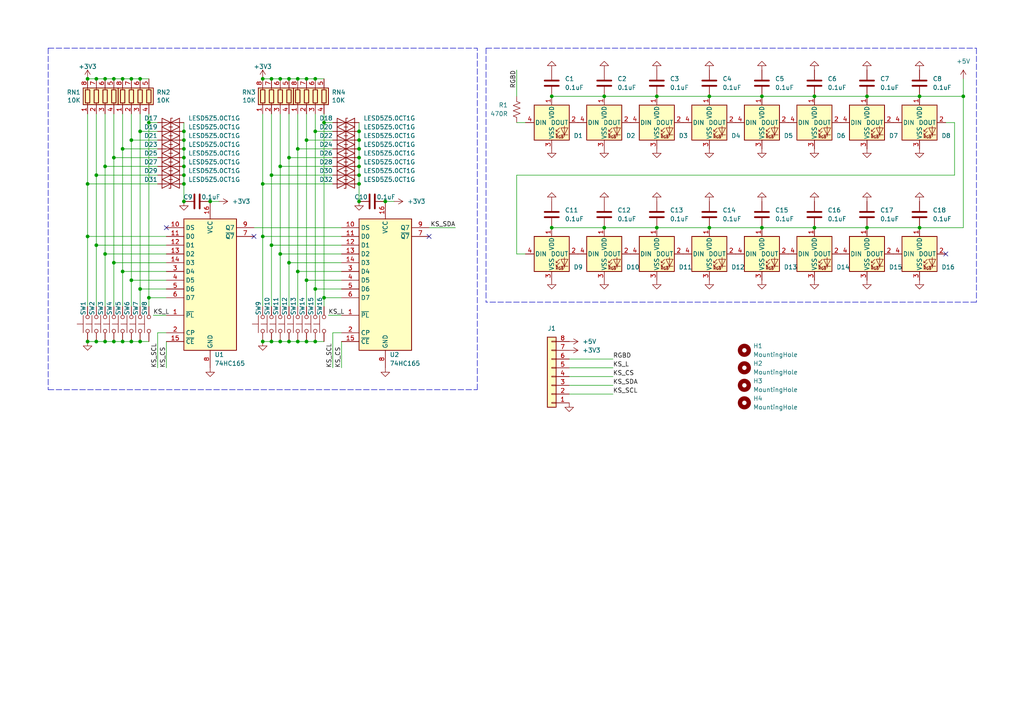
<source format=kicad_sch>
(kicad_sch (version 20211123) (generator eeschema)
  (paper "A4")
  (junction (at 81.28 99.06))
  (junction (at 27.94 22.86))
  (junction (at 35.56 99.06))
  (junction (at 91.44 83.82))
  (junction (at 86.36 22.86))
  (junction (at 279.4 27.94))
  (junction (at 205.74 27.94))
  (junction (at 236.22 66.04))
  (junction (at 88.9 81.28))
  (junction (at 86.36 78.74))
  (junction (at 104.14 58.42))
  (junction (at 53.34 43.18))
  (junction (at 220.98 27.94))
  (junction (at 175.26 66.04))
  (junction (at 35.56 78.74))
  (junction (at 104.14 45.72))
  (junction (at 93.98 35.56))
  (junction (at 33.02 99.06))
  (junction (at 30.48 73.66))
  (junction (at 251.46 66.04))
  (junction (at 33.02 45.72))
  (junction (at 81.28 22.86))
  (junction (at 43.18 86.36))
  (junction (at 25.4 53.34))
  (junction (at 160.02 27.94))
  (junction (at 236.22 27.94))
  (junction (at 30.48 99.06))
  (junction (at 83.82 76.2))
  (junction (at 27.94 99.06))
  (junction (at 40.64 22.86))
  (junction (at 35.56 22.86))
  (junction (at 104.14 40.64))
  (junction (at 76.2 53.34))
  (junction (at 25.4 99.06))
  (junction (at 40.64 38.1))
  (junction (at 266.7 27.94))
  (junction (at 76.2 22.86))
  (junction (at 60.96 58.42))
  (junction (at 38.1 40.64))
  (junction (at 33.02 22.86))
  (junction (at 25.4 22.86))
  (junction (at 93.98 86.36))
  (junction (at 38.1 22.86))
  (junction (at 220.98 66.04))
  (junction (at 111.76 58.42))
  (junction (at 35.56 43.18))
  (junction (at 30.48 22.86))
  (junction (at 160.02 66.04))
  (junction (at 91.44 99.06))
  (junction (at 40.64 83.82))
  (junction (at 53.34 40.64))
  (junction (at 33.02 76.2))
  (junction (at 251.46 27.94))
  (junction (at 266.7 66.04))
  (junction (at 53.34 53.34))
  (junction (at 78.74 71.12))
  (junction (at 27.94 50.8))
  (junction (at 104.14 50.8))
  (junction (at 53.34 58.42))
  (junction (at 88.9 22.86))
  (junction (at 53.34 45.72))
  (junction (at 104.14 38.1))
  (junction (at 76.2 68.58))
  (junction (at 190.5 66.04))
  (junction (at 53.34 50.8))
  (junction (at 76.2 99.06))
  (junction (at 83.82 99.06))
  (junction (at 91.44 22.86))
  (junction (at 104.14 53.34))
  (junction (at 190.5 27.94))
  (junction (at 78.74 22.86))
  (junction (at 88.9 40.64))
  (junction (at 43.18 35.56))
  (junction (at 104.14 43.18))
  (junction (at 78.74 99.06))
  (junction (at 53.34 48.26))
  (junction (at 86.36 43.18))
  (junction (at 40.64 99.06))
  (junction (at 78.74 50.8))
  (junction (at 81.28 73.66))
  (junction (at 27.94 71.12))
  (junction (at 91.44 38.1))
  (junction (at 86.36 99.06))
  (junction (at 81.28 48.26))
  (junction (at 25.4 68.58))
  (junction (at 88.9 99.06))
  (junction (at 38.1 99.06))
  (junction (at 83.82 45.72))
  (junction (at 30.48 48.26))
  (junction (at 175.26 27.94))
  (junction (at 83.82 22.86))
  (junction (at 104.14 48.26))
  (junction (at 38.1 81.28))
  (junction (at 53.34 38.1))
  (junction (at 205.74 66.04))
  (no_connect (at 124.46 68.58))
  (no_connect (at 73.66 68.58))
  (no_connect (at 274.32 73.66))
  (no_connect (at 48.26 66.04))
  (wire (pts (xy 33.02 99.06) (xy 35.56 99.06)))
  (wire (pts (xy 53.34 48.26) (xy 53.34 50.8)))
  (wire (pts (xy 99.06 68.58) (xy 76.2 68.58)))
  (wire (pts (xy 88.9 81.28) (xy 99.06 81.28)))
  (wire (pts (xy 104.14 38.1) (xy 104.14 40.64)))
  (wire (pts (xy 78.74 50.8) (xy 78.74 71.12)))
  (wire (pts (xy 279.4 27.94) (xy 279.4 66.04)))
  (wire (pts (xy 33.02 45.72) (xy 33.02 76.2)))
  (wire (pts (xy 45.72 40.64) (xy 38.1 40.64)))
  (wire (pts (xy 111.76 58.42) (xy 114.3 58.42)))
  (polyline (pts (xy 138.43 113.03) (xy 138.43 13.97)))
  (wire (pts (xy 86.36 43.18) (xy 86.36 78.74)))
  (wire (pts (xy 81.28 22.86) (xy 83.82 22.86)))
  (wire (pts (xy 86.36 99.06) (xy 88.9 99.06)))
  (wire (pts (xy 25.4 99.06) (xy 27.94 99.06)))
  (wire (pts (xy 175.26 27.94) (xy 190.5 27.94)))
  (wire (pts (xy 27.94 71.12) (xy 48.26 71.12)))
  (wire (pts (xy 53.34 43.18) (xy 53.34 45.72)))
  (wire (pts (xy 33.02 76.2) (xy 48.26 76.2)))
  (wire (pts (xy 88.9 81.28) (xy 88.9 88.9)))
  (wire (pts (xy 78.74 22.86) (xy 81.28 22.86)))
  (wire (pts (xy 40.64 38.1) (xy 45.72 38.1)))
  (wire (pts (xy 78.74 99.06) (xy 81.28 99.06)))
  (wire (pts (xy 88.9 40.64) (xy 88.9 33.02)))
  (wire (pts (xy 91.44 99.06) (xy 93.98 99.06)))
  (wire (pts (xy 40.64 99.06) (xy 43.18 99.06)))
  (wire (pts (xy 86.36 22.86) (xy 88.9 22.86)))
  (wire (pts (xy 276.86 35.56) (xy 276.86 50.8)))
  (wire (pts (xy 43.18 86.36) (xy 48.26 86.36)))
  (wire (pts (xy 53.34 35.56) (xy 53.34 38.1)))
  (wire (pts (xy 78.74 50.8) (xy 96.52 50.8)))
  (wire (pts (xy 43.18 35.56) (xy 43.18 33.02)))
  (polyline (pts (xy 13.97 113.03) (xy 138.43 113.03)))
  (wire (pts (xy 44.45 91.44) (xy 48.26 91.44)))
  (wire (pts (xy 83.82 76.2) (xy 99.06 76.2)))
  (wire (pts (xy 104.14 53.34) (xy 104.14 58.42)))
  (wire (pts (xy 30.48 33.02) (xy 30.48 48.26)))
  (wire (pts (xy 91.44 38.1) (xy 91.44 83.82)))
  (wire (pts (xy 165.1 109.22) (xy 177.8 109.22)))
  (wire (pts (xy 86.36 33.02) (xy 86.36 43.18)))
  (wire (pts (xy 76.2 22.86) (xy 78.74 22.86)))
  (wire (pts (xy 53.34 50.8) (xy 53.34 53.34)))
  (wire (pts (xy 149.86 73.66) (xy 152.4 73.66)))
  (wire (pts (xy 76.2 33.02) (xy 76.2 53.34)))
  (wire (pts (xy 35.56 33.02) (xy 35.56 43.18)))
  (wire (pts (xy 38.1 40.64) (xy 38.1 33.02)))
  (wire (pts (xy 53.34 53.34) (xy 53.34 58.42)))
  (wire (pts (xy 40.64 83.82) (xy 40.64 88.9)))
  (wire (pts (xy 45.72 96.52) (xy 48.26 96.52)))
  (wire (pts (xy 35.56 43.18) (xy 45.72 43.18)))
  (wire (pts (xy 91.44 22.86) (xy 93.98 22.86)))
  (wire (pts (xy 160.02 66.04) (xy 175.26 66.04)))
  (wire (pts (xy 33.02 76.2) (xy 33.02 88.9)))
  (wire (pts (xy 274.32 35.56) (xy 276.86 35.56)))
  (wire (pts (xy 60.96 58.42) (xy 63.5 58.42)))
  (polyline (pts (xy 13.97 13.97) (xy 13.97 113.03)))
  (wire (pts (xy 30.48 48.26) (xy 45.72 48.26)))
  (wire (pts (xy 91.44 33.02) (xy 91.44 38.1)))
  (wire (pts (xy 104.14 35.56) (xy 104.14 38.1)))
  (wire (pts (xy 99.06 66.04) (xy 73.66 66.04)))
  (wire (pts (xy 83.82 76.2) (xy 83.82 88.9)))
  (wire (pts (xy 40.64 33.02) (xy 40.64 38.1)))
  (wire (pts (xy 93.98 35.56) (xy 93.98 86.36)))
  (wire (pts (xy 25.4 88.9) (xy 25.4 68.58)))
  (wire (pts (xy 40.64 83.82) (xy 48.26 83.82)))
  (wire (pts (xy 83.82 45.72) (xy 96.52 45.72)))
  (wire (pts (xy 91.44 83.82) (xy 91.44 88.9)))
  (wire (pts (xy 78.74 33.02) (xy 78.74 50.8)))
  (wire (pts (xy 104.14 43.18) (xy 104.14 45.72)))
  (wire (pts (xy 38.1 81.28) (xy 48.26 81.28)))
  (wire (pts (xy 86.36 78.74) (xy 99.06 78.74)))
  (wire (pts (xy 33.02 22.86) (xy 35.56 22.86)))
  (wire (pts (xy 38.1 40.64) (xy 38.1 81.28)))
  (wire (pts (xy 236.22 66.04) (xy 251.46 66.04)))
  (wire (pts (xy 27.94 50.8) (xy 45.72 50.8)))
  (wire (pts (xy 96.52 96.52) (xy 99.06 96.52)))
  (polyline (pts (xy 13.97 13.97) (xy 138.43 13.97)))
  (wire (pts (xy 53.34 38.1) (xy 53.34 40.64)))
  (wire (pts (xy 48.26 106.68) (xy 48.26 99.06)))
  (wire (pts (xy 30.48 73.66) (xy 48.26 73.66)))
  (wire (pts (xy 190.5 66.04) (xy 205.74 66.04)))
  (polyline (pts (xy 140.97 13.97) (xy 140.97 87.63)))
  (wire (pts (xy 81.28 48.26) (xy 81.28 73.66)))
  (wire (pts (xy 25.4 53.34) (xy 45.72 53.34)))
  (wire (pts (xy 27.94 71.12) (xy 27.94 88.9)))
  (wire (pts (xy 149.86 50.8) (xy 149.86 73.66)))
  (wire (pts (xy 30.48 73.66) (xy 30.48 88.9)))
  (wire (pts (xy 35.56 43.18) (xy 35.56 78.74)))
  (wire (pts (xy 175.26 66.04) (xy 190.5 66.04)))
  (wire (pts (xy 236.22 27.94) (xy 251.46 27.94)))
  (wire (pts (xy 27.94 22.86) (xy 30.48 22.86)))
  (wire (pts (xy 76.2 53.34) (xy 96.52 53.34)))
  (wire (pts (xy 81.28 73.66) (xy 99.06 73.66)))
  (wire (pts (xy 25.4 53.34) (xy 25.4 68.58)))
  (wire (pts (xy 30.48 99.06) (xy 33.02 99.06)))
  (wire (pts (xy 104.14 48.26) (xy 104.14 50.8)))
  (wire (pts (xy 27.94 33.02) (xy 27.94 50.8)))
  (wire (pts (xy 165.1 114.3) (xy 177.8 114.3)))
  (wire (pts (xy 43.18 86.36) (xy 43.18 88.9)))
  (wire (pts (xy 38.1 99.06) (xy 40.64 99.06)))
  (wire (pts (xy 251.46 27.94) (xy 266.7 27.94)))
  (wire (pts (xy 35.56 78.74) (xy 48.26 78.74)))
  (wire (pts (xy 53.34 45.72) (xy 53.34 48.26)))
  (wire (pts (xy 104.14 45.72) (xy 104.14 48.26)))
  (wire (pts (xy 43.18 35.56) (xy 45.72 35.56)))
  (wire (pts (xy 88.9 99.06) (xy 91.44 99.06)))
  (wire (pts (xy 104.14 50.8) (xy 104.14 53.34)))
  (wire (pts (xy 93.98 35.56) (xy 93.98 33.02)))
  (wire (pts (xy 99.06 106.68) (xy 99.06 99.06)))
  (wire (pts (xy 33.02 45.72) (xy 45.72 45.72)))
  (wire (pts (xy 220.98 66.04) (xy 236.22 66.04)))
  (wire (pts (xy 251.46 66.04) (xy 266.7 66.04)))
  (polyline (pts (xy 283.21 87.63) (xy 140.97 87.63)))
  (wire (pts (xy 27.94 50.8) (xy 27.94 71.12)))
  (wire (pts (xy 205.74 66.04) (xy 220.98 66.04)))
  (wire (pts (xy 35.56 88.9) (xy 35.56 78.74)))
  (wire (pts (xy 96.52 106.68) (xy 96.52 96.52)))
  (wire (pts (xy 96.52 40.64) (xy 88.9 40.64)))
  (wire (pts (xy 33.02 33.02) (xy 33.02 45.72)))
  (wire (pts (xy 88.9 40.64) (xy 88.9 81.28)))
  (wire (pts (xy 81.28 48.26) (xy 96.52 48.26)))
  (wire (pts (xy 78.74 71.12) (xy 78.74 88.9)))
  (wire (pts (xy 86.36 43.18) (xy 96.52 43.18)))
  (wire (pts (xy 45.72 106.68) (xy 45.72 96.52)))
  (wire (pts (xy 104.14 40.64) (xy 104.14 43.18)))
  (wire (pts (xy 83.82 22.86) (xy 86.36 22.86)))
  (wire (pts (xy 38.1 81.28) (xy 38.1 88.9)))
  (wire (pts (xy 279.4 27.94) (xy 266.7 27.94)))
  (wire (pts (xy 205.74 27.94) (xy 220.98 27.94)))
  (wire (pts (xy 149.86 50.8) (xy 276.86 50.8)))
  (wire (pts (xy 38.1 22.86) (xy 40.64 22.86)))
  (wire (pts (xy 165.1 106.68) (xy 177.8 106.68)))
  (wire (pts (xy 149.86 35.56) (xy 152.4 35.56)))
  (wire (pts (xy 83.82 99.06) (xy 86.36 99.06)))
  (wire (pts (xy 91.44 38.1) (xy 96.52 38.1)))
  (wire (pts (xy 266.7 66.04) (xy 279.4 66.04)))
  (wire (pts (xy 35.56 99.06) (xy 38.1 99.06)))
  (wire (pts (xy 165.1 104.14) (xy 177.8 104.14)))
  (wire (pts (xy 279.4 22.86) (xy 279.4 27.94)))
  (wire (pts (xy 93.98 35.56) (xy 96.52 35.56)))
  (wire (pts (xy 81.28 33.02) (xy 81.28 48.26)))
  (wire (pts (xy 25.4 33.02) (xy 25.4 53.34)))
  (wire (pts (xy 78.74 71.12) (xy 99.06 71.12)))
  (wire (pts (xy 93.98 86.36) (xy 99.06 86.36)))
  (wire (pts (xy 27.94 99.06) (xy 30.48 99.06)))
  (wire (pts (xy 132.08 66.04) (xy 124.46 66.04)))
  (wire (pts (xy 88.9 22.86) (xy 91.44 22.86)))
  (wire (pts (xy 48.26 68.58) (xy 25.4 68.58)))
  (wire (pts (xy 190.5 27.94) (xy 205.74 27.94)))
  (polyline (pts (xy 283.21 13.97) (xy 283.21 87.63)))
  (wire (pts (xy 40.64 38.1) (xy 40.64 83.82)))
  (wire (pts (xy 81.28 99.06) (xy 83.82 99.06)))
  (wire (pts (xy 165.1 111.76) (xy 177.8 111.76)))
  (wire (pts (xy 30.48 48.26) (xy 30.48 73.66)))
  (wire (pts (xy 83.82 33.02) (xy 83.82 45.72)))
  (wire (pts (xy 160.02 27.94) (xy 175.26 27.94)))
  (wire (pts (xy 76.2 88.9) (xy 76.2 68.58)))
  (wire (pts (xy 35.56 22.86) (xy 38.1 22.86)))
  (wire (pts (xy 81.28 73.66) (xy 81.28 88.9)))
  (wire (pts (xy 83.82 45.72) (xy 83.82 76.2)))
  (wire (pts (xy 86.36 88.9) (xy 86.36 78.74)))
  (wire (pts (xy 76.2 53.34) (xy 76.2 68.58)))
  (polyline (pts (xy 140.97 13.97) (xy 283.21 13.97)))
  (wire (pts (xy 220.98 27.94) (xy 236.22 27.94)))
  (wire (pts (xy 91.44 83.82) (xy 99.06 83.82)))
  (wire (pts (xy 30.48 22.86) (xy 33.02 22.86)))
  (wire (pts (xy 40.64 22.86) (xy 43.18 22.86)))
  (wire (pts (xy 93.98 86.36) (xy 93.98 88.9)))
  (wire (pts (xy 25.4 22.86) (xy 27.94 22.86)))
  (wire (pts (xy 95.25 91.44) (xy 99.06 91.44)))
  (wire (pts (xy 53.34 40.64) (xy 53.34 43.18)))
  (wire (pts (xy 76.2 99.06) (xy 78.74 99.06)))
  (wire (pts (xy 149.86 20.32) (xy 149.86 27.94)))
  (wire (pts (xy 43.18 35.56) (xy 43.18 86.36)))
  (label "KS_SDA" (at 177.8 111.76 0))
  (label "KS_SDA" (at 132.08 66.04 180))
  (label "KS_CS" (at 177.8 109.22 0))
  (label "RGBD" (at 177.8 104.14 0))
  (label "RGBD" (at 149.86 20.32 270))
  (label "KS_L" (at 177.8 106.68 0))
  (label "KS_SCL" (at 177.8 114.3 0))
  (label "KS_SCL" (at 45.72 106.68 90))
  (label "KS_CS" (at 99.06 106.68 90))
  (label "KS_L" (at 95.25 91.44 0))
  (label "KS_SCL" (at 96.52 106.68 90))
  (label "KS_L" (at 44.45 91.44 0))
  (label "KS_CS" (at 48.26 106.68 90))
  (symbol (lib_id "power:GND") (at 220.98 20.32 180) (unit 1)
    (property "Reference" "#PWR05" (effects hide))
    (property "Value" "GND" (effects hide))
  )
  (symbol (lib_id "Device:C") (at 236.22 24.13 180) (unit 1)
    (property "Reference" "C6" (at 240.03 22.8599 0) (effects (justify right)))
    (property "Value" "0.1uF" (at 240.03 25.3999 0) (effects (justify right)))
    (property "Footprint" "Capacitor_SMD:C_0402_1005Metric" (effects hide))
    (property "Manufacturer" "SAMSUNG" (effects hide))
    (property "PartNumber" "C1525" (effects hide))
    (property "Supplier" "JLC" (effects hide))
  )
  (symbol (lib_id "Switch:SW_Push") (at 78.74 93.98 90) (unit 1)
    (property "Reference" "SW10" (at 77.47 91.44 0) (effects (justify left)))
    (property "Value" "CPG151101S11" (effects hide))
    (property "Footprint" "Switch_Keyboard_Hotswap_Kailh:SW_Hotswap_Kailh_MX_1.00u" (effects hide))
    (property "Manufacturer" "Kailh" (effects hide))
    (property "PartNumber" "C2803348" (effects hide))
    (property "Supplier" "JLC-EXT" (effects hide))
  )
  (symbol (lib_id "power:GND") (at 160.02 81.28 0) (unit 1)
    (property "Reference" "#PWR037" (effects hide))
    (property "Value" "GND" (effects hide))
  )
  (symbol (lib_id "LED:WS2812B") (at 175.26 73.66 0) (unit 1)
    (property "Reference" "D10" (at 181.61 77.47 0) (effects (justify left)))
    (property "Value" "WS2812B" (effects hide))
    (property "Footprint" "JLC-SMT:TONYU_DY-S352818" (effects hide))
    (property "Datasheet" "https://cdn-shop.adafruit.com/datasheets/WS2812B.pdf" (effects hide))
    (property "Manufacturer" "TONYU" (effects hide))
    (property "PartNumber" "C524051" (effects hide))
    (property "Supplier" "JLC-EXT" (effects hide))
  )
  (symbol (lib_id "power:GND") (at 53.34 58.42 0) (unit 1)
    (property "Reference" "#PWR013" (effects hide))
    (property "Value" "GND" (effects hide))
  )
  (symbol (lib_id "Diode:ESD9B5.0ST5G") (at 49.53 50.8 0) (unit 1)
    (property "Reference" "D29" (at 45.72 49.53 0) (effects (justify right)))
    (property "Value" "LESD5Z5.0CT1G" (at 54.61 49.53 0) (effects (justify left)))
    (property "Footprint" "Diode_SMD:D_SOD-523" (effects hide))
    (property "Datasheet" "https://www.onsemi.com/pub/Collateral/ESD9B-D.PDF" (effects hide))
    (property "Manufacturer" "LRC" (effects hide))
    (property "PartNumber" "C136167" (effects hide))
    (property "Supplier" "JLC-EXT" (effects hide))
  )
  (symbol (lib_id "Device:C") (at 107.95 58.42 270) (unit 1)
    (property "Reference" "C10" (at 106.68 57.15 90) (effects (justify right)))
    (property "Value" "0.1uF" (at 109.22 57.15 90) (effects (justify left)))
    (property "Footprint" "Capacitor_SMD:C_0402_1005Metric" (effects hide))
    (property "Manufacturer" "SAMSUNG" (effects hide))
    (property "PartNumber" "C1525" (effects hide))
    (property "Supplier" "JLC" (effects hide))
  )
  (symbol (lib_id "power:GND") (at 220.98 43.18 0) (unit 1)
    (property "Reference" "#PWR021" (effects hide))
    (property "Value" "GND" (effects hide))
  )
  (symbol (lib_id "power:GND") (at 251.46 43.18 0) (unit 1)
    (property "Reference" "#PWR023" (effects hide))
    (property "Value" "GND" (effects hide))
  )
  (symbol (lib_id "Device:C") (at 236.22 62.23 180) (unit 1)
    (property "Reference" "C16" (at 240.03 60.9599 0) (effects (justify right)))
    (property "Value" "0.1uF" (at 240.03 63.4999 0) (effects (justify right)))
    (property "Footprint" "Capacitor_SMD:C_0402_1005Metric" (effects hide))
    (property "Manufacturer" "SAMSUNG" (effects hide))
    (property "PartNumber" "C1525" (effects hide))
    (property "Supplier" "JLC" (effects hide))
  )
  (symbol (lib_id "power:+3V3") (at 63.5 58.42 270) (unit 1)
    (property "Reference" "#PWR011" (effects hide))
    (property "Value" "+3V3" (at 67.31 58.4199 90) (effects (justify left)))
  )
  (symbol (lib_id "power:+3V3") (at 76.2 22.86 0) (unit 1)
    (property "Reference" "#PWR012" (effects hide))
    (property "Value" "+3V3" (at 76.2 19.304 0))
  )
  (symbol (lib_id "LED:WS2812B") (at 175.26 35.56 0) (unit 1)
    (property "Reference" "D2" (at 181.61 39.37 0) (effects (justify left)))
    (property "Value" "WS2812B" (effects hide))
    (property "Footprint" "JLC-SMT:TONYU_DY-S352818" (effects hide))
    (property "Datasheet" "https://cdn-shop.adafruit.com/datasheets/WS2812B.pdf" (effects hide))
    (property "Manufacturer" "TONYU" (effects hide))
    (property "PartNumber" "C524051" (effects hide))
    (property "Supplier" "JLC-EXT" (effects hide))
  )
  (symbol (lib_id "Device:C") (at 266.7 62.23 180) (unit 1)
    (property "Reference" "C18" (at 270.51 60.9599 0) (effects (justify right)))
    (property "Value" "0.1uF" (at 270.51 63.4999 0) (effects (justify right)))
    (property "Footprint" "Capacitor_SMD:C_0402_1005Metric" (effects hide))
    (property "Manufacturer" "SAMSUNG" (effects hide))
    (property "PartNumber" "C1525" (effects hide))
    (property "Supplier" "JLC" (effects hide))
  )
  (symbol (lib_id "74xx:74HC165") (at 111.76 81.28 0) (unit 1)
    (property "Reference" "U2" (at 113.03 102.87 0) (effects (justify left)))
    (property "Value" "74HC165" (at 113.03 105.41 0) (effects (justify left)))
    (property "Footprint" "Package_SO:SOIC-16_3.9x9.9mm_P1.27mm" (effects hide))
    (property "Datasheet" "https://assets.nexperia.com/documents/data-sheet/74HC_HCT165.pdf" (effects hide))
    (property "Manufacturer" "Nexperia" (effects hide))
    (property "PartNumber" "C5613" (effects hide))
    (property "Supplier" "JLC" (effects hide))
  )
  (symbol (lib_id "Connector_Generic:Conn_01x08") (at 160.02 109.22 180) (unit 1)
    (property "Reference" "J1" (at 160.02 95.25 0))
    (property "Value" "Conn_01x08" (effects hide))
    (property "Footprint" "Connector_PinHeader_2.54mm:PinHeader_1x08_P2.54mm_Horizontal" (effects hide))
  )
  (symbol (lib_id "Device:C") (at 251.46 24.13 180) (unit 1)
    (property "Reference" "C7" (at 255.27 22.8599 0) (effects (justify right)))
    (property "Value" "0.1uF" (at 255.27 25.3999 0) (effects (justify right)))
    (property "Footprint" "Capacitor_SMD:C_0402_1005Metric" (effects hide))
    (property "Manufacturer" "SAMSUNG" (effects hide))
    (property "PartNumber" "C1525" (effects hide))
    (property "Supplier" "JLC" (effects hide))
  )
  (symbol (lib_id "Switch:SW_Push") (at 40.64 93.98 90) (unit 1)
    (property "Reference" "SW7" (at 39.37 91.44 0) (effects (justify left)))
    (property "Value" "CPG151101S11" (effects hide))
    (property "Footprint" "Switch_Keyboard_Hotswap_Kailh:SW_Hotswap_Kailh_MX_1.00u" (effects hide))
    (property "Manufacturer" "Kailh" (effects hide))
    (property "PartNumber" "C2803348" (effects hide))
    (property "Supplier" "JLC-EXT" (effects hide))
  )
  (symbol (lib_id "Switch:SW_Push") (at 35.56 93.98 90) (unit 1)
    (property "Reference" "SW5" (at 34.29 91.44 0) (effects (justify left)))
    (property "Value" "CPG151101S11" (effects hide))
    (property "Footprint" "Switch_Keyboard_Hotswap_Kailh:SW_Hotswap_Kailh_MX_1.00u" (effects hide))
    (property "Manufacturer" "Kailh" (effects hide))
    (property "PartNumber" "C2803348" (effects hide))
    (property "Supplier" "JLC-EXT" (effects hide))
  )
  (symbol (lib_id "power:GND") (at 175.26 20.32 180) (unit 1)
    (property "Reference" "#PWR02" (effects hide))
    (property "Value" "GND" (effects hide))
  )
  (symbol (lib_id "LED:WS2812B") (at 251.46 35.56 0) (unit 1)
    (property "Reference" "D7" (at 257.81 39.37 0) (effects (justify left)))
    (property "Value" "WS2812B" (effects hide))
    (property "Footprint" "JLC-SMT:TONYU_DY-S352818" (effects hide))
    (property "Datasheet" "https://cdn-shop.adafruit.com/datasheets/WS2812B.pdf" (effects hide))
    (property "Manufacturer" "TONYU" (effects hide))
    (property "PartNumber" "C524051" (effects hide))
    (property "Supplier" "JLC-EXT" (effects hide))
  )
  (symbol (lib_id "power:GND") (at 266.7 43.18 0) (unit 1)
    (property "Reference" "#PWR024" (effects hide))
    (property "Value" "GND" (effects hide))
  )
  (symbol (lib_id "Mechanical:MountingHole") (at 215.9 106.68 0) (unit 1)
    (property "Reference" "H2" (at 218.44 105.4099 0) (effects (justify left)))
    (property "Value" "MountingHole" (at 218.44 107.9499 0) (effects (justify left)))
    (property "Footprint" "MountingHole:MountingHole_2.2mm_M2" (effects hide))
  )
  (symbol (lib_id "Diode:ESD9B5.0ST5G") (at 49.53 48.26 0) (unit 1)
    (property "Reference" "D27" (at 45.72 46.99 0) (effects (justify right)))
    (property "Value" "LESD5Z5.0CT1G" (at 54.61 46.99 0) (effects (justify left)))
    (property "Footprint" "Diode_SMD:D_SOD-523" (effects hide))
    (property "Datasheet" "https://www.onsemi.com/pub/Collateral/ESD9B-D.PDF" (effects hide))
    (property "Manufacturer" "LRC" (effects hide))
    (property "PartNumber" "C136167" (effects hide))
    (property "Supplier" "JLC-EXT" (effects hide))
  )
  (symbol (lib_id "power:GND") (at 165.1 116.84 0) (unit 1)
    (property "Reference" "#PWR046" (effects hide))
    (property "Value" "GND" (effects hide))
  )
  (symbol (lib_id "Switch:SW_Push") (at 30.48 93.98 90) (unit 1)
    (property "Reference" "SW3" (at 29.21 91.44 0) (effects (justify left)))
    (property "Value" "CPG151101S11" (effects hide))
    (property "Footprint" "Switch_Keyboard_Hotswap_Kailh:SW_Hotswap_Kailh_MX_1.00u" (effects hide))
    (property "Manufacturer" "Kailh" (effects hide))
    (property "PartNumber" "C2803348" (effects hide))
    (property "Supplier" "JLC-EXT" (effects hide))
  )
  (symbol (lib_id "power:GND") (at 190.5 81.28 0) (unit 1)
    (property "Reference" "#PWR039" (effects hide))
    (property "Value" "GND" (effects hide))
  )
  (symbol (lib_id "Device:C") (at 190.5 62.23 180) (unit 1)
    (property "Reference" "C13" (at 194.31 60.9599 0) (effects (justify right)))
    (property "Value" "0.1uF" (at 194.31 63.4999 0) (effects (justify right)))
    (property "Footprint" "Capacitor_SMD:C_0402_1005Metric" (effects hide))
    (property "Manufacturer" "SAMSUNG" (effects hide))
    (property "PartNumber" "C1525" (effects hide))
    (property "Supplier" "JLC" (effects hide))
  )
  (symbol (lib_id "LED:WS2812B") (at 251.46 73.66 0) (unit 1)
    (property "Reference" "D15" (at 257.81 77.47 0) (effects (justify left)))
    (property "Value" "WS2812B" (effects hide))
    (property "Footprint" "JLC-SMT:TONYU_DY-S352818" (effects hide))
    (property "Datasheet" "https://cdn-shop.adafruit.com/datasheets/WS2812B.pdf" (effects hide))
    (property "Manufacturer" "TONYU" (effects hide))
    (property "PartNumber" "C524051" (effects hide))
    (property "Supplier" "JLC-EXT" (effects hide))
  )
  (symbol (lib_id "Diode:ESD9B5.0ST5G") (at 100.33 50.8 0) (unit 1)
    (property "Reference" "D30" (at 96.52 49.53 0) (effects (justify right)))
    (property "Value" "LESD5Z5.0CT1G" (at 105.41 49.53 0) (effects (justify left)))
    (property "Footprint" "Diode_SMD:D_SOD-523" (effects hide))
    (property "Datasheet" "https://www.onsemi.com/pub/Collateral/ESD9B-D.PDF" (effects hide))
    (property "Manufacturer" "LRC" (effects hide))
    (property "PartNumber" "C136167" (effects hide))
    (property "Supplier" "JLC-EXT" (effects hide))
  )
  (symbol (lib_id "Diode:ESD9B5.0ST5G") (at 100.33 38.1 0) (unit 1)
    (property "Reference" "D20" (at 96.52 36.83 0) (effects (justify right)))
    (property "Value" "LESD5Z5.0CT1G" (at 105.41 36.83 0) (effects (justify left)))
    (property "Footprint" "Diode_SMD:D_SOD-523" (effects hide))
    (property "Datasheet" "https://www.onsemi.com/pub/Collateral/ESD9B-D.PDF" (effects hide))
    (property "Manufacturer" "LRC" (effects hide))
    (property "PartNumber" "C136167" (effects hide))
    (property "Supplier" "JLC-EXT" (effects hide))
  )
  (symbol (lib_id "Diode:ESD9B5.0ST5G") (at 100.33 48.26 0) (unit 1)
    (property "Reference" "D28" (at 96.52 46.99 0) (effects (justify right)))
    (property "Value" "LESD5Z5.0CT1G" (at 105.41 46.99 0) (effects (justify left)))
    (property "Footprint" "Diode_SMD:D_SOD-523" (effects hide))
    (property "Datasheet" "https://www.onsemi.com/pub/Collateral/ESD9B-D.PDF" (effects hide))
    (property "Manufacturer" "LRC" (effects hide))
    (property "PartNumber" "C136167" (effects hide))
    (property "Supplier" "JLC-EXT" (effects hide))
  )
  (symbol (lib_id "Switch:SW_Push") (at 76.2 93.98 90) (unit 1)
    (property "Reference" "SW9" (at 74.93 91.44 0) (effects (justify left)))
    (property "Value" "CPG151101S11" (effects hide))
    (property "Footprint" "Switch_Keyboard_Hotswap_Kailh:SW_Hotswap_Kailh_MX_1.00u" (effects hide))
    (property "Manufacturer" "Kailh" (effects hide))
    (property "PartNumber" "C2803348" (effects hide))
    (property "Supplier" "JLC-EXT" (effects hide))
  )
  (symbol (lib_id "Device:R_Pack04") (at 91.44 27.94 0) (unit 1)
    (property "Reference" "RN4" (at 96.2152 26.7716 0) (effects (justify left)))
    (property "Value" "10K" (at 96.2152 29.083 0) (effects (justify left)))
    (property "Footprint" "Resistor_SMD:R_Array_Convex_4x0402" (effects hide))
    (property "Manufacturer" "UNI-ROYAL" (effects hide))
    (property "PartNumber" "C25725" (effects hide))
    (property "Supplier" "JLC" (effects hide))
  )
  (symbol (lib_id "Switch:SW_Push") (at 83.82 93.98 90) (unit 1)
    (property "Reference" "SW12" (at 82.55 91.44 0) (effects (justify left)))
    (property "Value" "CPG151101S11" (effects hide))
    (property "Footprint" "Switch_Keyboard_Hotswap_Kailh:SW_Hotswap_Kailh_MX_1.00u" (effects hide))
    (property "Manufacturer" "Kailh" (effects hide))
    (property "PartNumber" "C2803348" (effects hide))
    (property "Supplier" "JLC-EXT" (effects hide))
  )
  (symbol (lib_id "power:GND") (at 236.22 20.32 180) (unit 1)
    (property "Reference" "#PWR06" (effects hide))
    (property "Value" "GND" (effects hide))
  )
  (symbol (lib_id "Switch:SW_Push") (at 33.02 93.98 90) (unit 1)
    (property "Reference" "SW4" (at 31.75 91.44 0) (effects (justify left)))
    (property "Value" "CPG151101S11" (effects hide))
    (property "Footprint" "Switch_Keyboard_Hotswap_Kailh:SW_Hotswap_Kailh_MX_1.00u" (effects hide))
    (property "Manufacturer" "Kailh" (effects hide))
    (property "PartNumber" "C2803348" (effects hide))
    (property "Supplier" "JLC-EXT" (effects hide))
  )
  (symbol (lib_id "LED:WS2812B") (at 220.98 35.56 0) (unit 1)
    (property "Reference" "D5" (at 227.33 39.37 0) (effects (justify left)))
    (property "Value" "WS2812B" (effects hide))
    (property "Footprint" "JLC-SMT:TONYU_DY-S352818" (effects hide))
    (property "Datasheet" "https://cdn-shop.adafruit.com/datasheets/WS2812B.pdf" (effects hide))
    (property "Manufacturer" "TONYU" (effects hide))
    (property "PartNumber" "C524051" (effects hide))
    (property "Supplier" "JLC-EXT" (effects hide))
  )
  (symbol (lib_id "Switch:SW_Push") (at 27.94 93.98 90) (unit 1)
    (property "Reference" "SW2" (at 26.67 91.44 0) (effects (justify left)))
    (property "Value" "CPG151101S11" (effects hide))
    (property "Footprint" "Switch_Keyboard_Hotswap_Kailh:SW_Hotswap_Kailh_MX_1.00u" (effects hide))
    (property "Manufacturer" "Kailh" (effects hide))
    (property "PartNumber" "C2803348" (effects hide))
    (property "Supplier" "JLC-EXT" (effects hide))
  )
  (symbol (lib_id "power:GND") (at 190.5 20.32 180) (unit 1)
    (property "Reference" "#PWR03" (effects hide))
    (property "Value" "GND" (effects hide))
  )
  (symbol (lib_id "LED:WS2812B") (at 160.02 73.66 0) (unit 1)
    (property "Reference" "D9" (at 166.37 77.47 0) (effects (justify left)))
    (property "Value" "WS2812B" (effects hide))
    (property "Footprint" "JLC-SMT:TONYU_DY-S352818" (effects hide))
    (property "Datasheet" "https://cdn-shop.adafruit.com/datasheets/WS2812B.pdf" (effects hide))
    (property "Manufacturer" "TONYU" (effects hide))
    (property "PartNumber" "C524051" (effects hide))
    (property "Supplier" "JLC-EXT" (effects hide))
  )
  (symbol (lib_id "74xx:74HC165") (at 60.96 81.28 0) (unit 1)
    (property "Reference" "U1" (at 62.23 102.87 0) (effects (justify left)))
    (property "Value" "74HC165" (at 62.23 105.41 0) (effects (justify left)))
    (property "Footprint" "Package_SO:SOIC-16_3.9x9.9mm_P1.27mm" (effects hide))
    (property "Datasheet" "https://assets.nexperia.com/documents/data-sheet/74HC_HCT165.pdf" (effects hide))
    (property "Manufacturer" "Nexperia" (effects hide))
    (property "PartNumber" "C5613" (effects hide))
    (property "Supplier" "JLC" (effects hide))
  )
  (symbol (lib_id "LED:WS2812B") (at 220.98 73.66 0) (unit 1)
    (property "Reference" "D13" (at 227.33 77.47 0) (effects (justify left)))
    (property "Value" "WS2812B" (effects hide))
    (property "Footprint" "JLC-SMT:TONYU_DY-S352818" (effects hide))
    (property "Datasheet" "https://cdn-shop.adafruit.com/datasheets/WS2812B.pdf" (effects hide))
    (property "Manufacturer" "TONYU" (effects hide))
    (property "PartNumber" "C524051" (effects hide))
    (property "Supplier" "JLC-EXT" (effects hide))
  )
  (symbol (lib_id "Switch:SW_Push") (at 86.36 93.98 90) (unit 1)
    (property "Reference" "SW13" (at 85.09 91.44 0) (effects (justify left)))
    (property "Value" "CPG151101S11" (effects hide))
    (property "Footprint" "Switch_Keyboard_Hotswap_Kailh:SW_Hotswap_Kailh_MX_1.00u" (effects hide))
    (property "Manufacturer" "Kailh" (effects hide))
    (property "PartNumber" "C2803348" (effects hide))
    (property "Supplier" "JLC-EXT" (effects hide))
  )
  (symbol (lib_id "Switch:SW_Push") (at 43.18 93.98 90) (unit 1)
    (property "Reference" "SW8" (at 41.91 91.44 0) (effects (justify left)))
    (property "Value" "CPG151101S11" (effects hide))
    (property "Footprint" "Switch_Keyboard_Hotswap_Kailh:SW_Hotswap_Kailh_MX_1.00u" (effects hide))
    (property "Manufacturer" "Kailh" (effects hide))
    (property "PartNumber" "C2803348" (effects hide))
    (property "Supplier" "JLC-EXT" (effects hide))
  )
  (symbol (lib_id "power:+3V3") (at 114.3 58.42 270) (unit 1)
    (property "Reference" "#PWR016" (effects hide))
    (property "Value" "+3V3" (at 118.11 58.4199 90) (effects (justify left)))
  )
  (symbol (lib_id "power:GND") (at 111.76 106.68 0) (unit 1)
    (property "Reference" "#PWR036" (effects hide))
    (property "Value" "GND" (effects hide))
  )
  (symbol (lib_id "power:GND") (at 266.7 81.28 0) (unit 1)
    (property "Reference" "#PWR044" (effects hide))
    (property "Value" "GND" (effects hide))
  )
  (symbol (lib_id "power:GND") (at 205.74 20.32 180) (unit 1)
    (property "Reference" "#PWR04" (effects hide))
    (property "Value" "GND" (effects hide))
  )
  (symbol (lib_id "LED:WS2812B") (at 236.22 73.66 0) (unit 1)
    (property "Reference" "D14" (at 242.57 77.47 0) (effects (justify left)))
    (property "Value" "WS2812B" (effects hide))
    (property "Footprint" "JLC-SMT:TONYU_DY-S352818" (effects hide))
    (property "Datasheet" "https://cdn-shop.adafruit.com/datasheets/WS2812B.pdf" (effects hide))
    (property "Manufacturer" "TONYU" (effects hide))
    (property "PartNumber" "C524051" (effects hide))
    (property "Supplier" "JLC-EXT" (effects hide))
  )
  (symbol (lib_id "power:GND") (at 160.02 20.32 180) (unit 1)
    (property "Reference" "#PWR01" (effects hide))
    (property "Value" "GND" (effects hide))
  )
  (symbol (lib_id "LED:WS2812B") (at 190.5 73.66 0) (unit 1)
    (property "Reference" "D11" (at 196.85 77.47 0) (effects (justify left)))
    (property "Value" "WS2812B" (effects hide))
    (property "Footprint" "JLC-SMT:TONYU_DY-S352818" (effects hide))
    (property "Datasheet" "https://cdn-shop.adafruit.com/datasheets/WS2812B.pdf" (effects hide))
    (property "Manufacturer" "TONYU" (effects hide))
    (property "PartNumber" "C524051" (effects hide))
    (property "Supplier" "JLC-EXT" (effects hide))
  )
  (symbol (lib_id "Diode:ESD9B5.0ST5G") (at 49.53 40.64 0) (unit 1)
    (property "Reference" "D21" (at 45.72 39.37 0) (effects (justify right)))
    (property "Value" "LESD5Z5.0CT1G" (at 54.61 39.37 0) (effects (justify left)))
    (property "Footprint" "Diode_SMD:D_SOD-523" (effects hide))
    (property "Datasheet" "https://www.onsemi.com/pub/Collateral/ESD9B-D.PDF" (effects hide))
    (property "Manufacturer" "LRC" (effects hide))
    (property "PartNumber" "C136167" (effects hide))
    (property "Supplier" "JLC-EXT" (effects hide))
  )
  (symbol (lib_id "Diode:ESD9B5.0ST5G") (at 100.33 43.18 0) (unit 1)
    (property "Reference" "D24" (at 96.52 41.91 0) (effects (justify right)))
    (property "Value" "LESD5Z5.0CT1G" (at 105.41 41.91 0) (effects (justify left)))
    (property "Footprint" "Diode_SMD:D_SOD-523" (effects hide))
    (property "Datasheet" "https://www.onsemi.com/pub/Collateral/ESD9B-D.PDF" (effects hide))
    (property "Manufacturer" "LRC" (effects hide))
    (property "PartNumber" "C136167" (effects hide))
    (property "Supplier" "JLC-EXT" (effects hide))
  )
  (symbol (lib_id "LED:WS2812B") (at 190.5 35.56 0) (unit 1)
    (property "Reference" "D3" (at 196.85 39.37 0) (effects (justify left)))
    (property "Value" "WS2812B" (effects hide))
    (property "Footprint" "JLC-SMT:TONYU_DY-S352818" (effects hide))
    (property "Datasheet" "https://cdn-shop.adafruit.com/datasheets/WS2812B.pdf" (effects hide))
    (property "Manufacturer" "TONYU" (effects hide))
    (property "PartNumber" "C524051" (effects hide))
    (property "Supplier" "JLC-EXT" (effects hide))
  )
  (symbol (lib_id "LED:WS2812B") (at 236.22 35.56 0) (unit 1)
    (property "Reference" "D6" (at 242.57 39.37 0) (effects (justify left)))
    (property "Value" "WS2812B" (effects hide))
    (property "Footprint" "JLC-SMT:TONYU_DY-S352818" (effects hide))
    (property "Datasheet" "https://cdn-shop.adafruit.com/datasheets/WS2812B.pdf" (effects hide))
    (property "Manufacturer" "TONYU" (effects hide))
    (property "PartNumber" "C524051" (effects hide))
    (property "Supplier" "JLC-EXT" (effects hide))
  )
  (symbol (lib_id "power:GND") (at 251.46 58.42 180) (unit 1)
    (property "Reference" "#PWR031" (effects hide))
    (property "Value" "GND" (effects hide))
  )
  (symbol (lib_id "power:+3V3") (at 165.1 101.6 270) (unit 1)
    (property "Reference" "#PWR045" (effects hide))
    (property "Value" "+3V3" (at 168.91 101.5999 90) (effects (justify left)))
  )
  (symbol (lib_id "Device:C") (at 160.02 62.23 180) (unit 1)
    (property "Reference" "C11" (at 163.83 60.9599 0) (effects (justify right)))
    (property "Value" "0.1uF" (at 163.83 63.4999 0) (effects (justify right)))
    (property "Footprint" "Capacitor_SMD:C_0402_1005Metric" (effects hide))
    (property "Manufacturer" "SAMSUNG" (effects hide))
    (property "PartNumber" "C1525" (effects hide))
    (property "Supplier" "JLC" (effects hide))
  )
  (symbol (lib_id "Device:C") (at 160.02 24.13 180) (unit 1)
    (property "Reference" "C1" (at 163.83 22.8599 0) (effects (justify right)))
    (property "Value" "0.1uF" (at 163.83 25.3999 0) (effects (justify right)))
    (property "Footprint" "Capacitor_SMD:C_0402_1005Metric" (effects hide))
    (property "Manufacturer" "SAMSUNG" (effects hide))
    (property "PartNumber" "C1525" (effects hide))
    (property "Supplier" "JLC" (effects hide))
  )
  (symbol (lib_id "power:GND") (at 76.2 99.06 0) (unit 1)
    (property "Reference" "#PWR034" (effects hide))
    (property "Value" "GND" (effects hide))
  )
  (symbol (lib_id "Device:R_Pack04") (at 81.28 27.94 0) (unit 1)
    (property "Reference" "RN3" (at 74.1934 26.7716 0) (effects (justify right)))
    (property "Value" "10K" (at 74.1934 29.083 0) (effects (justify right)))
    (property "Footprint" "Resistor_SMD:R_Array_Convex_4x0402" (effects hide))
    (property "Manufacturer" "UNI-ROYAL" (effects hide))
    (property "PartNumber" "C25725" (effects hide))
    (property "Supplier" "JLC" (effects hide))
  )
  (symbol (lib_id "LED:WS2812B") (at 266.7 35.56 0) (unit 1)
    (property "Reference" "D8" (at 273.05 39.37 0) (effects (justify left)))
    (property "Value" "WS2812B" (effects hide))
    (property "Footprint" "JLC-SMT:TONYU_DY-S352818" (effects hide))
    (property "Datasheet" "https://cdn-shop.adafruit.com/datasheets/WS2812B.pdf" (effects hide))
    (property "Manufacturer" "TONYU" (effects hide))
    (property "PartNumber" "C524051" (effects hide))
    (property "Supplier" "JLC-EXT" (effects hide))
  )
  (symbol (lib_id "Diode:ESD9B5.0ST5G") (at 100.33 45.72 0) (unit 1)
    (property "Reference" "D26" (at 96.52 44.45 0) (effects (justify right)))
    (property "Value" "LESD5Z5.0CT1G" (at 105.41 44.45 0) (effects (justify left)))
    (property "Footprint" "Diode_SMD:D_SOD-523" (effects hide))
    (property "Datasheet" "https://www.onsemi.com/pub/Collateral/ESD9B-D.PDF" (effects hide))
    (property "Manufacturer" "LRC" (effects hide))
    (property "PartNumber" "C136167" (effects hide))
    (property "Supplier" "JLC-EXT" (effects hide))
  )
  (symbol (lib_id "power:GND") (at 266.7 20.32 180) (unit 1)
    (property "Reference" "#PWR08" (effects hide))
    (property "Value" "GND" (effects hide))
  )
  (symbol (lib_id "power:GND") (at 220.98 58.42 180) (unit 1)
    (property "Reference" "#PWR029" (effects hide))
    (property "Value" "GND" (effects hide))
  )
  (symbol (lib_id "power:GND") (at 104.14 58.42 0) (unit 1)
    (property "Reference" "#PWR015" (effects hide))
    (property "Value" "GND" (effects hide))
  )
  (symbol (lib_id "Switch:SW_Push") (at 81.28 93.98 90) (unit 1)
    (property "Reference" "SW11" (at 80.01 91.44 0) (effects (justify left)))
    (property "Value" "CPG151101S11" (effects hide))
    (property "Footprint" "Switch_Keyboard_Hotswap_Kailh:SW_Hotswap_Kailh_MX_1.00u" (effects hide))
    (property "Manufacturer" "Kailh" (effects hide))
    (property "PartNumber" "C2803348" (effects hide))
    (property "Supplier" "JLC-EXT" (effects hide))
  )
  (symbol (lib_id "Device:R_Pack04") (at 30.48 27.94 0) (unit 1)
    (property "Reference" "RN1" (at 23.3934 26.7716 0) (effects (justify right)))
    (property "Value" "10K" (at 23.3934 29.083 0) (effects (justify right)))
    (property "Footprint" "Resistor_SMD:R_Array_Convex_4x0402" (effects hide))
    (property "Manufacturer" "UNI-ROYAL" (effects hide))
    (property "PartNumber" "C25725" (effects hide))
    (property "Supplier" "JLC" (effects hide))
  )
  (symbol (lib_id "Device:R_US") (at 149.86 31.75 0) (unit 1)
    (property "Reference" "R1" (at 147.32 30.4799 0) (effects (justify right)))
    (property "Value" "470R" (at 147.32 33.0199 0) (effects (justify right)))
    (property "Footprint" "Resistor_SMD:R_0402_1005Metric" (effects hide))
    (property "Manufacturer" "UNI-ROYAL" (effects hide))
    (property "PartNumber" "C25117" (effects hide))
    (property "Supplier" "JLC" (effects hide))
  )
  (symbol (lib_id "power:GND") (at 175.26 43.18 0) (unit 1)
    (property "Reference" "#PWR018" (effects hide))
    (property "Value" "GND" (effects hide))
  )
  (symbol (lib_id "power:GND") (at 236.22 58.42 180) (unit 1)
    (property "Reference" "#PWR030" (effects hide))
    (property "Value" "GND" (effects hide))
  )
  (symbol (lib_id "Diode:ESD9B5.0ST5G") (at 49.53 38.1 0) (unit 1)
    (property "Reference" "D19" (at 45.72 36.83 0) (effects (justify right)))
    (property "Value" "LESD5Z5.0CT1G" (at 54.61 36.83 0) (effects (justify left)))
    (property "Footprint" "Diode_SMD:D_SOD-523" (effects hide))
    (property "Datasheet" "https://www.onsemi.com/pub/Collateral/ESD9B-D.PDF" (effects hide))
    (property "Manufacturer" "LRC" (effects hide))
    (property "PartNumber" "C136167" (effects hide))
    (property "Supplier" "JLC-EXT" (effects hide))
  )
  (symbol (lib_id "LED:WS2812B") (at 205.74 73.66 0) (unit 1)
    (property "Reference" "D12" (at 212.09 77.47 0) (effects (justify left)))
    (property "Value" "WS2812B" (effects hide))
    (property "Footprint" "JLC-SMT:TONYU_DY-S352818" (effects hide))
    (property "Datasheet" "https://cdn-shop.adafruit.com/datasheets/WS2812B.pdf" (effects hide))
    (property "Manufacturer" "TONYU" (effects hide))
    (property "PartNumber" "C524051" (effects hide))
    (property "Supplier" "JLC-EXT" (effects hide))
  )
  (symbol (lib_id "Mechanical:MountingHole") (at 215.9 116.84 0) (unit 1)
    (property "Reference" "H4" (at 218.44 115.5699 0) (effects (justify left)))
    (property "Value" "MountingHole" (at 218.44 118.1099 0) (effects (justify left)))
    (property "Footprint" "MountingHole:MountingHole_2.2mm_M2" (effects hide))
  )
  (symbol (lib_id "Device:C") (at 175.26 62.23 180) (unit 1)
    (property "Reference" "C12" (at 179.07 60.9599 0) (effects (justify right)))
    (property "Value" "0.1uF" (at 179.07 63.4999 0) (effects (justify right)))
    (property "Footprint" "Capacitor_SMD:C_0402_1005Metric" (effects hide))
    (property "Manufacturer" "SAMSUNG" (effects hide))
    (property "PartNumber" "C1525" (effects hide))
    (property "Supplier" "JLC" (effects hide))
  )
  (symbol (lib_id "power:GND") (at 60.96 106.68 0) (unit 1)
    (property "Reference" "#PWR035" (effects hide))
    (property "Value" "GND" (effects hide))
  )
  (symbol (lib_id "power:GND") (at 251.46 81.28 0) (unit 1)
    (property "Reference" "#PWR043" (effects hide))
    (property "Value" "GND" (effects hide))
  )
  (symbol (lib_id "power:+5V") (at 165.1 99.06 270) (unit 1)
    (property "Reference" "#PWR010" (effects hide))
    (property "Value" "+5V" (at 168.91 99.0599 90) (effects (justify left)))
  )
  (symbol (lib_id "power:GND") (at 175.26 81.28 0) (unit 1)
    (property "Reference" "#PWR038" (effects hide))
    (property "Value" "GND" (effects hide))
  )
  (symbol (lib_id "Device:C") (at 251.46 62.23 180) (unit 1)
    (property "Reference" "C17" (at 255.27 60.9599 0) (effects (justify right)))
    (property "Value" "0.1uF" (at 255.27 63.4999 0) (effects (justify right)))
    (property "Footprint" "Capacitor_SMD:C_0402_1005Metric" (effects hide))
    (property "Manufacturer" "SAMSUNG" (effects hide))
    (property "PartNumber" "C1525" (effects hide))
    (property "Supplier" "JLC" (effects hide))
  )
  (symbol (lib_id "Mechanical:MountingHole") (at 215.9 101.6 0) (unit 1)
    (property "Reference" "H1" (at 218.44 100.3299 0) (effects (justify left)))
    (property "Value" "MountingHole" (at 218.44 102.8699 0) (effects (justify left)))
    (property "Footprint" "MountingHole:MountingHole_2.2mm_M2" (effects hide))
  )
  (symbol (lib_id "Diode:ESD9B5.0ST5G") (at 100.33 40.64 0) (unit 1)
    (property "Reference" "D22" (at 96.52 39.37 0) (effects (justify right)))
    (property "Value" "LESD5Z5.0CT1G" (at 105.41 39.37 0) (effects (justify left)))
    (property "Footprint" "Diode_SMD:D_SOD-523" (effects hide))
    (property "Datasheet" "https://www.onsemi.com/pub/Collateral/ESD9B-D.PDF" (effects hide))
    (property "Manufacturer" "LRC" (effects hide))
    (property "PartNumber" "C136167" (effects hide))
    (property "Supplier" "JLC-EXT" (effects hide))
  )
  (symbol (lib_id "LED:WS2812B") (at 160.02 35.56 0) (unit 1)
    (property "Reference" "D1" (at 166.37 39.37 0) (effects (justify left)))
    (property "Value" "WS2812B" (effects hide))
    (property "Footprint" "JLC-SMT:TONYU_DY-S352818" (effects hide))
    (property "Datasheet" "https://cdn-shop.adafruit.com/datasheets/WS2812B.pdf" (effects hide))
    (property "Manufacturer" "TONYU" (effects hide))
    (property "PartNumber" "C524051" (effects hide))
    (property "Supplier" "JLC-EXT" (effects hide))
  )
  (symbol (lib_id "Device:C") (at 220.98 24.13 180) (unit 1)
    (property "Reference" "C5" (at 224.79 22.8599 0) (effects (justify right)))
    (property "Value" "0.1uF" (at 224.79 25.3999 0) (effects (justify right)))
    (property "Footprint" "Capacitor_SMD:C_0402_1005Metric" (effects hide))
    (property "Manufacturer" "SAMSUNG" (effects hide))
    (property "PartNumber" "C1525" (effects hide))
    (property "Supplier" "JLC" (effects hide))
  )
  (symbol (lib_id "Switch:SW_Push") (at 91.44 93.98 90) (unit 1)
    (property "Reference" "SW15" (at 90.17 91.44 0) (effects (justify left)))
    (property "Value" "CPG151101S11" (effects hide))
    (property "Footprint" "Switch_Keyboard_Hotswap_Kailh:SW_Hotswap_Kailh_MX_1.00u" (effects hide))
    (property "Manufacturer" "Kailh" (effects hide))
    (property "PartNumber" "C2803348" (effects hide))
    (property "Supplier" "JLC-EXT" (effects hide))
  )
  (symbol (lib_id "Mechanical:MountingHole") (at 215.9 111.76 0) (unit 1)
    (property "Reference" "H3" (at 218.44 110.4899 0) (effects (justify left)))
    (property "Value" "MountingHole" (at 218.44 113.0299 0) (effects (justify left)))
    (property "Footprint" "MountingHole:MountingHole_2.2mm_M2" (effects hide))
  )
  (symbol (lib_id "Device:C") (at 190.5 24.13 180) (unit 1)
    (property "Reference" "C3" (at 194.31 22.8599 0) (effects (justify right)))
    (property "Value" "0.1uF" (at 194.31 25.3999 0) (effects (justify right)))
    (property "Footprint" "Capacitor_SMD:C_0402_1005Metric" (effects hide))
    (property "Manufacturer" "SAMSUNG" (effects hide))
    (property "PartNumber" "C1525" (effects hide))
    (property "Supplier" "JLC" (effects hide))
  )
  (symbol (lib_id "Diode:ESD9B5.0ST5G") (at 100.33 53.34 0) (unit 1)
    (property "Reference" "D32" (at 96.52 52.07 0) (effects (justify right)))
    (property "Value" "LESD5Z5.0CT1G" (at 105.41 52.07 0) (effects (justify left)))
    (property "Footprint" "Diode_SMD:D_SOD-523" (effects hide))
    (property "Datasheet" "https://www.onsemi.com/pub/Collateral/ESD9B-D.PDF" (effects hide))
    (property "Manufacturer" "LRC" (effects hide))
    (property "PartNumber" "C136167" (effects hide))
    (property "Supplier" "JLC-EXT" (effects hide))
  )
  (symbol (lib_id "Device:C") (at 266.7 24.13 180) (unit 1)
    (property "Reference" "C8" (at 270.51 22.8599 0) (effects (justify right)))
    (property "Value" "0.1uF" (at 270.51 25.3999 0) (effects (justify right)))
    (property "Footprint" "Capacitor_SMD:C_0402_1005Metric" (effects hide))
    (property "Manufacturer" "SAMSUNG" (effects hide))
    (property "PartNumber" "C1525" (effects hide))
    (property "Supplier" "JLC" (effects hide))
  )
  (symbol (lib_id "power:GND") (at 266.7 58.42 180) (unit 1)
    (property "Reference" "#PWR032" (effects hide))
    (property "Value" "GND" (effects hide))
  )
  (symbol (lib_id "Device:C") (at 205.74 24.13 180) (unit 1)
    (property "Reference" "C4" (at 209.55 22.8599 0) (effects (justify right)))
    (property "Value" "0.1uF" (at 209.55 25.3999 0) (effects (justify right)))
    (property "Footprint" "Capacitor_SMD:C_0402_1005Metric" (effects hide))
    (property "Manufacturer" "SAMSUNG" (effects hide))
    (property "PartNumber" "C1525" (effects hide))
    (property "Supplier" "JLC" (effects hide))
  )
  (symbol (lib_id "power:GND") (at 190.5 43.18 0) (unit 1)
    (property "Reference" "#PWR019" (effects hide))
    (property "Value" "GND" (effects hide))
  )
  (symbol (lib_id "LED:WS2812B") (at 205.74 35.56 0) (unit 1)
    (property "Reference" "D4" (at 212.09 39.37 0) (effects (justify left)))
    (property "Value" "WS2812B" (effects hide))
    (property "Footprint" "JLC-SMT:TONYU_DY-S352818" (effects hide))
    (property "Datasheet" "https://cdn-shop.adafruit.com/datasheets/WS2812B.pdf" (effects hide))
    (property "Manufacturer" "TONYU" (effects hide))
    (property "PartNumber" "C524051" (effects hide))
    (property "Supplier" "JLC-EXT" (effects hide))
  )
  (symbol (lib_id "power:GND") (at 236.22 43.18 0) (unit 1)
    (property "Reference" "#PWR022" (effects hide))
    (property "Value" "GND" (effects hide))
  )
  (symbol (lib_id "power:GND") (at 220.98 81.28 0) (unit 1)
    (property "Reference" "#PWR041" (effects hide))
    (property "Value" "GND" (effects hide))
  )
  (symbol (lib_id "power:GND") (at 160.02 58.42 180) (unit 1)
    (property "Reference" "#PWR025" (effects hide))
    (property "Value" "GND" (effects hide))
  )
  (symbol (lib_id "Diode:ESD9B5.0ST5G") (at 49.53 53.34 0) (unit 1)
    (property "Reference" "D31" (at 45.72 52.07 0) (effects (justify right)))
    (property "Value" "LESD5Z5.0CT1G" (at 54.61 52.07 0) (effects (justify left)))
    (property "Footprint" "Diode_SMD:D_SOD-523" (effects hide))
    (property "Datasheet" "https://www.onsemi.com/pub/Collateral/ESD9B-D.PDF" (effects hide))
    (property "Manufacturer" "LRC" (effects hide))
    (property "PartNumber" "C136167" (effects hide))
    (property "Supplier" "JLC-EXT" (effects hide))
  )
  (symbol (lib_id "power:GND") (at 205.74 43.18 0) (unit 1)
    (property "Reference" "#PWR020" (effects hide))
    (property "Value" "GND" (effects hide))
  )
  (symbol (lib_id "Device:C") (at 57.15 58.42 270) (unit 1)
    (property "Reference" "C9" (at 55.88 57.15 90) (effects (justify right)))
    (property "Value" "0.1uF" (at 58.42 57.15 90) (effects (justify left)))
    (property "Footprint" "Capacitor_SMD:C_0402_1005Metric" (effects hide))
    (property "Manufacturer" "SAMSUNG" (effects hide))
    (property "PartNumber" "C1525" (effects hide))
    (property "Supplier" "JLC" (effects hide))
  )
  (symbol (lib_id "Device:C") (at 175.26 24.13 180) (unit 1)
    (property "Reference" "C2" (at 179.07 22.8599 0) (effects (justify right)))
    (property "Value" "0.1uF" (at 179.07 25.3999 0) (effects (justify right)))
    (property "Footprint" "Capacitor_SMD:C_0402_1005Metric" (effects hide))
    (property "Manufacturer" "SAMSUNG" (effects hide))
    (property "PartNumber" "C1525" (effects hide))
    (property "Supplier" "JLC" (effects hide))
  )
  (symbol (lib_id "power:GND") (at 251.46 20.32 180) (unit 1)
    (property "Reference" "#PWR07" (effects hide))
    (property "Value" "GND" (effects hide))
  )
  (symbol (lib_id "Diode:ESD9B5.0ST5G") (at 100.33 35.56 0) (unit 1)
    (property "Reference" "D18" (at 96.52 34.29 0) (effects (justify right)))
    (property "Value" "LESD5Z5.0CT1G" (at 105.41 34.29 0) (effects (justify left)))
    (property "Footprint" "Diode_SMD:D_SOD-523" (effects hide))
    (property "Datasheet" "https://www.onsemi.com/pub/Collateral/ESD9B-D.PDF" (effects hide))
    (property "Manufacturer" "LRC" (effects hide))
    (property "PartNumber" "C136167" (effects hide))
    (property "Supplier" "JLC-EXT" (effects hide))
  )
  (symbol (lib_id "Device:C") (at 220.98 62.23 180) (unit 1)
    (property "Reference" "C15" (at 224.79 60.9599 0) (effects (justify right)))
    (property "Value" "0.1uF" (at 224.79 63.4999 0) (effects (justify right)))
    (property "Footprint" "Capacitor_SMD:C_0402_1005Metric" (effects hide))
    (property "Manufacturer" "SAMSUNG" (effects hide))
    (property "PartNumber" "C1525" (effects hide))
    (property "Supplier" "JLC" (effects hide))
  )
  (symbol (lib_id "power:GND") (at 205.74 58.42 180) (unit 1)
    (property "Reference" "#PWR028" (effects hide))
    (property "Value" "GND" (effects hide))
  )
  (symbol (lib_id "Device:R_Pack04") (at 40.64 27.94 0) (unit 1)
    (property "Reference" "RN2" (at 45.4152 26.7716 0) (effects (justify left)))
    (property "Value" "10K" (at 45.4152 29.083 0) (effects (justify left)))
    (property "Footprint" "Resistor_SMD:R_Array_Convex_4x0402" (effects hide))
    (property "Manufacturer" "UNI-ROYAL" (effects hide))
    (property "PartNumber" "C25725" (effects hide))
    (property "Supplier" "JLC" (effects hide))
  )
  (symbol (lib_id "Device:C") (at 205.74 62.23 180) (unit 1)
    (property "Reference" "C14" (at 209.55 60.9599 0) (effects (justify right)))
    (property "Value" "0.1uF" (at 209.55 63.4999 0) (effects (justify right)))
    (property "Footprint" "Capacitor_SMD:C_0402_1005Metric" (effects hide))
    (property "Manufacturer" "SAMSUNG" (effects hide))
    (property "PartNumber" "C1525" (effects hide))
    (property "Supplier" "JLC" (effects hide))
  )
  (symbol (lib_id "Diode:ESD9B5.0ST5G") (at 49.53 45.72 0) (unit 1)
    (property "Reference" "D25" (at 45.72 44.45 0) (effects (justify right)))
    (property "Value" "LESD5Z5.0CT1G" (at 54.61 44.45 0) (effects (justify left)))
    (property "Footprint" "Diode_SMD:D_SOD-523" (effects hide))
    (property "Datasheet" "https://www.onsemi.com/pub/Collateral/ESD9B-D.PDF" (effects hide))
    (property "Manufacturer" "LRC" (effects hide))
    (property "PartNumber" "C136167" (effects hide))
    (property "Supplier" "JLC-EXT" (effects hide))
  )
  (symbol (lib_id "Diode:ESD9B5.0ST5G") (at 49.53 43.18 0) (unit 1)
    (property "Reference" "D23" (at 45.72 41.91 0) (effects (justify right)))
    (property "Value" "LESD5Z5.0CT1G" (at 54.61 41.91 0) (effects (justify left)))
    (property "Footprint" "Diode_SMD:D_SOD-523" (effects hide))
    (property "Datasheet" "https://www.onsemi.com/pub/Collateral/ESD9B-D.PDF" (effects hide))
    (property "Manufacturer" "LRC" (effects hide))
    (property "PartNumber" "C136167" (effects hide))
    (property "Supplier" "JLC-EXT" (effects hide))
  )
  (symbol (lib_id "power:GND") (at 205.74 81.28 0) (unit 1)
    (property "Reference" "#PWR040" (effects hide))
    (property "Value" "GND" (effects hide))
  )
  (symbol (lib_id "Switch:SW_Push") (at 93.98 93.98 90) (unit 1)
    (property "Reference" "SW16" (at 92.71 91.44 0) (effects (justify left)))
    (property "Value" "CPG151101S11" (effects hide))
    (property "Footprint" "Switch_Keyboard_Hotswap_Kailh:SW_Hotswap_Kailh_MX_1.00u" (effects hide))
    (property "Manufacturer" "Kailh" (effects hide))
    (property "PartNumber" "C2803348" (effects hide))
    (property "Supplier" "JLC-EXT" (effects hide))
  )
  (symbol (lib_id "LED:WS2812B") (at 266.7 73.66 0) (unit 1)
    (property "Reference" "D16" (at 273.05 77.47 0) (effects (justify left)))
    (property "Value" "WS2812B" (effects hide))
    (property "Footprint" "JLC-SMT:TONYU_DY-S352818" (effects hide))
    (property "Datasheet" "https://cdn-shop.adafruit.com/datasheets/WS2812B.pdf" (effects hide))
    (property "Manufacturer" "TONYU" (effects hide))
    (property "PartNumber" "C524051" (effects hide))
    (property "Supplier" "JLC-EXT" (effects hide))
  )
  (symbol (lib_id "power:GND") (at 190.5 58.42 180) (unit 1)
    (property "Reference" "#PWR027" (effects hide))
    (property "Value" "GND" (effects hide))
  )
  (symbol (lib_id "power:GND") (at 160.02 43.18 0) (unit 1)
    (property "Reference" "#PWR017" (effects hide))
    (property "Value" "GND" (effects hide))
  )
  (symbol (lib_id "Switch:SW_Push") (at 88.9 93.98 90) (unit 1)
    (property "Reference" "SW14" (at 87.63 91.44 0) (effects (justify left)))
    (property "Value" "CPG151101S11" (effects hide))
    (property "Footprint" "Switch_Keyboard_Hotswap_Kailh:SW_Hotswap_Kailh_MX_1.00u" (effects hide))
    (property "Manufacturer" "Kailh" (effects hide))
    (property "PartNumber" "C2803348" (effects hide))
    (property "Supplier" "JLC-EXT" (effects hide))
  )
  (symbol (lib_id "Switch:SW_Push") (at 38.1 93.98 90) (unit 1)
    (property "Reference" "SW6" (at 36.83 91.44 0) (effects (justify left)))
    (property "Value" "CPG151101S11" (effects hide))
    (property "Footprint" "Switch_Keyboard_Hotswap_Kailh:SW_Hotswap_Kailh_MX_1.00u" (effects hide))
    (property "Manufacturer" "Kailh" (effects hide))
    (property "PartNumber" "C2803348" (effects hide))
    (property "Supplier" "JLC-EXT" (effects hide))
  )
  (symbol (lib_id "power:GND") (at 175.26 58.42 180) (unit 1)
    (property "Reference" "#PWR026" (effects hide))
    (property "Value" "GND" (effects hide))
  )
  (symbol (lib_id "Diode:ESD9B5.0ST5G") (at 49.53 35.56 0) (unit 1)
    (property "Reference" "D17" (at 45.72 34.29 0) (effects (justify right)))
    (property "Value" "LESD5Z5.0CT1G" (at 54.61 34.29 0) (effects (justify left)))
    (property "Footprint" "Diode_SMD:D_SOD-523" (effects hide))
    (property "Datasheet" "https://www.onsemi.com/pub/Collateral/ESD9B-D.PDF" (effects hide))
    (property "Manufacturer" "LRC" (effects hide))
    (property "PartNumber" "C136167" (effects hide))
    (property "Supplier" "JLC-EXT" (effects hide))
  )
  (symbol (lib_id "power:GND") (at 25.4 99.06 0) (unit 1)
    (property "Reference" "#PWR033" (effects hide))
    (property "Value" "GND" (effects hide))
  )
  (symbol (lib_id "Switch:SW_Push") (at 25.4 93.98 90) (unit 1)
    (property "Reference" "SW1" (at 24.13 91.44 0) (effects (justify left)))
    (property "Value" "CPG151101S11" (effects hide))
    (property "Footprint" "Switch_Keyboard_Hotswap_Kailh:SW_Hotswap_Kailh_MX_1.00u" (effects hide))
    (property "Manufacturer" "Kailh" (effects hide))
    (property "PartNumber" "C2803348" (effects hide))
    (property "Supplier" "JLC-EXT" (effects hide))
  )
  (symbol (lib_id "power:GND") (at 236.22 81.28 0) (unit 1)
    (property "Reference" "#PWR042" (effects hide))
    (property "Value" "GND" (effects hide))
  )
  (symbol (lib_id "power:+5V") (at 279.4 22.86 0) (unit 1)
    (property "Reference" "#PWR014" (effects hide))
    (property "Value" "+5V" (at 279.4 17.78 0))
  )
  (symbol (lib_id "power:+3V3") (at 25.4 22.86 0) (unit 1)
    (property "Reference" "#PWR09" (effects hide))
    (property "Value" "+3V3" (at 25.4 19.304 0))
  )
)
</source>
